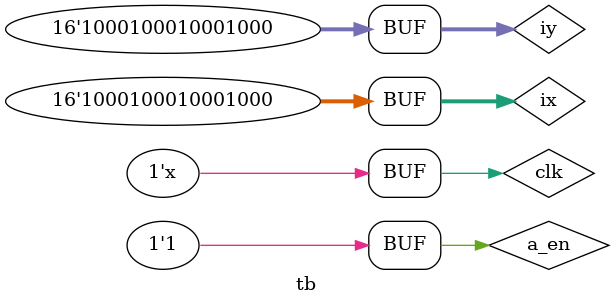
<source format=v>

`timescale 1ns/100ps
module tb();
  reg [15:0] ix,iy;
  wire [15:0] oz;
  reg a_en;
  wire ost;
  reg clk;
  
  floatadd  tb(.ix(ix), .iy(iy), .clk(clk), .a_en(a_en), .ost(ost),.oz(oz));
  
  always 
  #1 clk = ~clk;
  initial 
  begin 
    clk=0;
    a_en=1;
    ix=32'b1000100010001000;
    iy=32'b1000100010001000;
  end
endmodule
</source>
